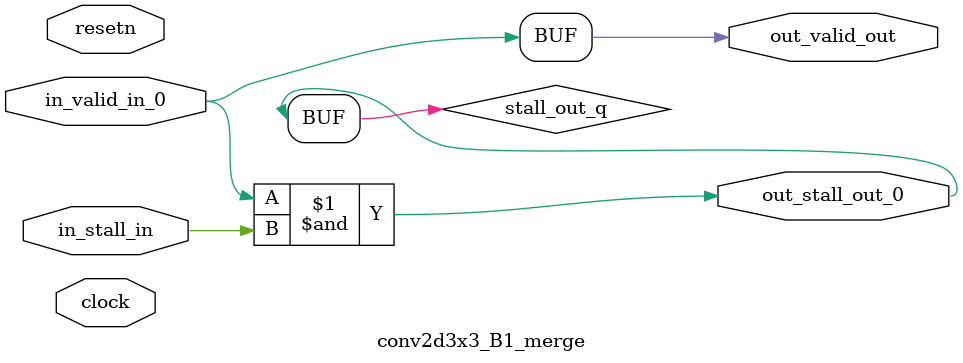
<source format=sv>



(* altera_attribute = "-name AUTO_SHIFT_REGISTER_RECOGNITION OFF; -name MESSAGE_DISABLE 10036; -name MESSAGE_DISABLE 10037; -name MESSAGE_DISABLE 14130; -name MESSAGE_DISABLE 14320; -name MESSAGE_DISABLE 15400; -name MESSAGE_DISABLE 14130; -name MESSAGE_DISABLE 10036; -name MESSAGE_DISABLE 12020; -name MESSAGE_DISABLE 12030; -name MESSAGE_DISABLE 12010; -name MESSAGE_DISABLE 12110; -name MESSAGE_DISABLE 14320; -name MESSAGE_DISABLE 13410; -name MESSAGE_DISABLE 113007; -name MESSAGE_DISABLE 10958" *)
module conv2d3x3_B1_merge (
    input wire [0:0] in_stall_in,
    input wire [0:0] in_valid_in_0,
    output wire [0:0] out_stall_out_0,
    output wire [0:0] out_valid_out,
    input wire clock,
    input wire resetn
    );

    wire [0:0] stall_out_q;


    // stall_out(LOGICAL,6)
    assign stall_out_q = in_valid_in_0 & in_stall_in;

    // out_stall_out_0(GPOUT,4)
    assign out_stall_out_0 = stall_out_q;

    // out_valid_out(GPOUT,5)
    assign out_valid_out = in_valid_in_0;

endmodule

</source>
